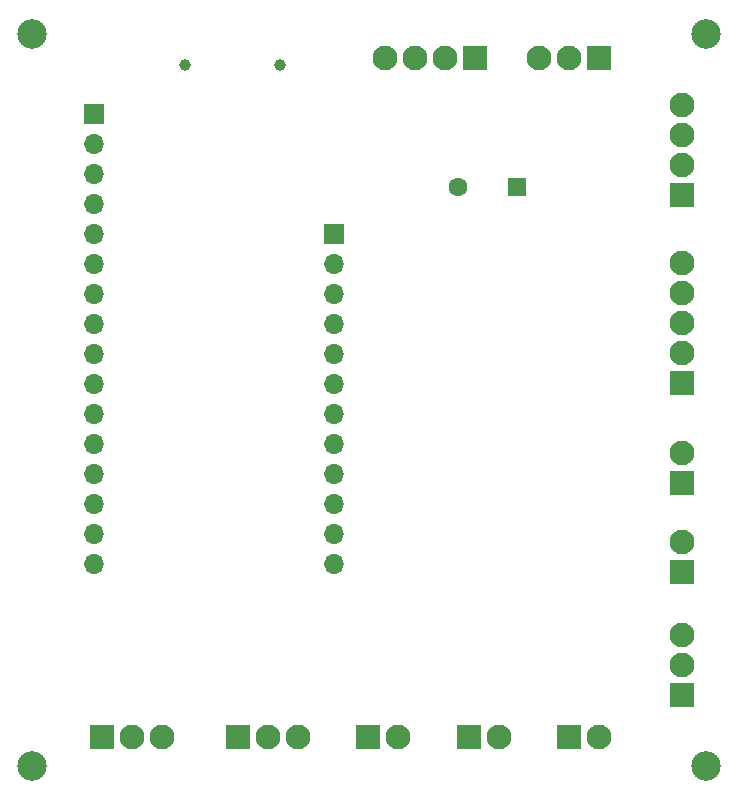
<source format=gbs>
G04 #@! TF.GenerationSoftware,KiCad,Pcbnew,8.0.6*
G04 #@! TF.CreationDate,2025-01-17T16:42:44-08:00*
G04 #@! TF.ProjectId,AudioLux,41756469-6f4c-4757-982e-6b696361645f,rev?*
G04 #@! TF.SameCoordinates,Original*
G04 #@! TF.FileFunction,Soldermask,Bot*
G04 #@! TF.FilePolarity,Negative*
%FSLAX46Y46*%
G04 Gerber Fmt 4.6, Leading zero omitted, Abs format (unit mm)*
G04 Created by KiCad (PCBNEW 8.0.6) date 2025-01-17 16:42:44*
%MOMM*%
%LPD*%
G01*
G04 APERTURE LIST*
%ADD10R,2.100000X2.100000*%
%ADD11C,2.100000*%
%ADD12R,1.600000X1.600000*%
%ADD13C,1.600000*%
%ADD14R,1.700000X1.700000*%
%ADD15O,1.700000X1.700000*%
%ADD16C,2.500000*%
%ADD17C,1.000000*%
G04 APERTURE END LIST*
D10*
X141500000Y-56000000D03*
D11*
X138960000Y-56000000D03*
X136420000Y-56000000D03*
X133880000Y-56000000D03*
D10*
X132460000Y-113500000D03*
D11*
X135000000Y-113500000D03*
D10*
X109920000Y-113500000D03*
D11*
X112460000Y-113500000D03*
X115000000Y-113500000D03*
D10*
X159000000Y-99540000D03*
D11*
X159000000Y-97000000D03*
D10*
X159000000Y-83540000D03*
D11*
X159000000Y-81000000D03*
X159000000Y-78460000D03*
X159000000Y-75920000D03*
X159000000Y-73380000D03*
D12*
X145000000Y-67000000D03*
D13*
X140000000Y-67000000D03*
D14*
X129545800Y-70929600D03*
D15*
X129545800Y-73469600D03*
X129545800Y-76009600D03*
X129545800Y-78549600D03*
X129545800Y-81089600D03*
X129545800Y-83629600D03*
X129545800Y-86169600D03*
X129545800Y-88709600D03*
X129545800Y-91249600D03*
X129545800Y-93789600D03*
X129545800Y-96329600D03*
X129545800Y-98869600D03*
D16*
X161000000Y-54000000D03*
D10*
X141000000Y-113500000D03*
D11*
X143540000Y-113500000D03*
D10*
X149460000Y-113500000D03*
D11*
X152000000Y-113500000D03*
D10*
X121420000Y-113500000D03*
D11*
X123960000Y-113500000D03*
X126500000Y-113500000D03*
D17*
X124950000Y-56662500D03*
X116950000Y-56662500D03*
D10*
X159000000Y-67620000D03*
D11*
X159000000Y-65080000D03*
X159000000Y-62540000D03*
X159000000Y-60000000D03*
D16*
X161000000Y-116000000D03*
D14*
X109220000Y-60766000D03*
D15*
X109220000Y-63306000D03*
X109220000Y-65846000D03*
X109220000Y-68386000D03*
X109220000Y-70926000D03*
X109220000Y-73466000D03*
X109220000Y-76006000D03*
X109220000Y-78546000D03*
X109220000Y-81086000D03*
X109220000Y-83626000D03*
X109220000Y-86166000D03*
X109220000Y-88706000D03*
X109220000Y-91246000D03*
X109220000Y-93786000D03*
X109220000Y-96326000D03*
X109220000Y-98866000D03*
D10*
X159000000Y-110000000D03*
D11*
X159000000Y-107460000D03*
X159000000Y-104920000D03*
D10*
X159000000Y-92000000D03*
D11*
X159000000Y-89460000D03*
D16*
X104000000Y-54000000D03*
X104000000Y-116000000D03*
D10*
X152000000Y-56000000D03*
D11*
X149460000Y-56000000D03*
X146920000Y-56000000D03*
M02*

</source>
